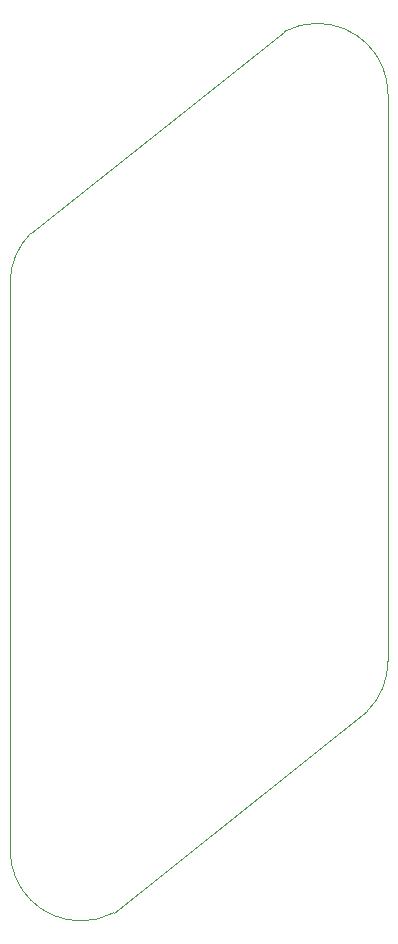
<source format=gbr>
%TF.GenerationSoftware,KiCad,Pcbnew,(6.0.10-0)*%
%TF.CreationDate,2024-12-24T09:07:03+01:00*%
%TF.ProjectId,Keymaster PCB,4b65796d-6173-4746-9572-205043422e6b,rev?*%
%TF.SameCoordinates,Original*%
%TF.FileFunction,Profile,NP*%
%FSLAX46Y46*%
G04 Gerber Fmt 4.6, Leading zero omitted, Abs format (unit mm)*
G04 Created by KiCad (PCBNEW (6.0.10-0)) date 2024-12-24 09:07:03*
%MOMM*%
%LPD*%
G01*
G04 APERTURE LIST*
%TA.AperFunction,Profile*%
%ADD10C,0.100000*%
%TD*%
G04 APERTURE END LIST*
D10*
X63000002Y-81500000D02*
X63000000Y-33500000D01*
X63000000Y-81500000D02*
G75*
G03*
X69000000Y-87500000I6000000J0D01*
G01*
X95000000Y-17500000D02*
G75*
G03*
X88999998Y-11500000I-6000000J0D01*
G01*
X88999998Y-11499999D02*
G75*
G03*
X86199998Y-12200000I2J-5950001D01*
G01*
X71800000Y-86800000D02*
X93242641Y-69742641D01*
X86199998Y-12200000D02*
X64757357Y-29257359D01*
X93242641Y-69742641D02*
G75*
G03*
X95000000Y-65500000I-4242641J4242641D01*
G01*
X95000000Y-65500000D02*
X95000000Y-17500000D01*
X69000000Y-87500000D02*
G75*
G03*
X71800000Y-86800000I0J5950000D01*
G01*
X64757357Y-29257359D02*
G75*
G03*
X62999998Y-33500000I4242643J-4242641D01*
G01*
M02*

</source>
